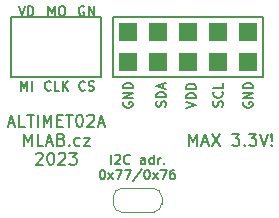
<source format=gbr>
%TF.GenerationSoftware,KiCad,Pcbnew,7.0.5.1-1-g8f565ef7f0-dirty-deb11*%
%TF.CreationDate,2023-07-05T11:36:05+00:00*%
%TF.ProjectId,ALTIMET02,414c5449-4d45-4543-9032-2e6b69636164,rev?*%
%TF.SameCoordinates,Original*%
%TF.FileFunction,Legend,Top*%
%TF.FilePolarity,Positive*%
%FSLAX46Y46*%
G04 Gerber Fmt 4.6, Leading zero omitted, Abs format (unit mm)*
G04 Created by KiCad (PCBNEW 7.0.5.1-1-g8f565ef7f0-dirty-deb11) date 2023-07-05 11:36:05*
%MOMM*%
%LPD*%
G01*
G04 APERTURE LIST*
%ADD10C,0.150000*%
%ADD11C,0.120000*%
%ADD12R,1.524000X1.524000*%
G04 APERTURE END LIST*
D10*
X127552476Y-97136390D02*
X127476286Y-97098295D01*
X127476286Y-97098295D02*
X127362000Y-97098295D01*
X127362000Y-97098295D02*
X127247714Y-97136390D01*
X127247714Y-97136390D02*
X127171524Y-97212580D01*
X127171524Y-97212580D02*
X127133429Y-97288771D01*
X127133429Y-97288771D02*
X127095333Y-97441152D01*
X127095333Y-97441152D02*
X127095333Y-97555438D01*
X127095333Y-97555438D02*
X127133429Y-97707819D01*
X127133429Y-97707819D02*
X127171524Y-97784009D01*
X127171524Y-97784009D02*
X127247714Y-97860200D01*
X127247714Y-97860200D02*
X127362000Y-97898295D01*
X127362000Y-97898295D02*
X127438191Y-97898295D01*
X127438191Y-97898295D02*
X127552476Y-97860200D01*
X127552476Y-97860200D02*
X127590572Y-97822104D01*
X127590572Y-97822104D02*
X127590572Y-97555438D01*
X127590572Y-97555438D02*
X127438191Y-97555438D01*
X127933429Y-97898295D02*
X127933429Y-97098295D01*
X127933429Y-97098295D02*
X128390572Y-97898295D01*
X128390572Y-97898295D02*
X128390572Y-97098295D01*
X124536286Y-97898295D02*
X124536286Y-97098295D01*
X124536286Y-97098295D02*
X124802952Y-97669723D01*
X124802952Y-97669723D02*
X125069619Y-97098295D01*
X125069619Y-97098295D02*
X125069619Y-97898295D01*
X125602953Y-97098295D02*
X125755334Y-97098295D01*
X125755334Y-97098295D02*
X125831524Y-97136390D01*
X125831524Y-97136390D02*
X125907715Y-97212580D01*
X125907715Y-97212580D02*
X125945810Y-97364961D01*
X125945810Y-97364961D02*
X125945810Y-97631628D01*
X125945810Y-97631628D02*
X125907715Y-97784009D01*
X125907715Y-97784009D02*
X125831524Y-97860200D01*
X125831524Y-97860200D02*
X125755334Y-97898295D01*
X125755334Y-97898295D02*
X125602953Y-97898295D01*
X125602953Y-97898295D02*
X125526762Y-97860200D01*
X125526762Y-97860200D02*
X125450572Y-97784009D01*
X125450572Y-97784009D02*
X125412476Y-97631628D01*
X125412476Y-97631628D02*
X125412476Y-97364961D01*
X125412476Y-97364961D02*
X125450572Y-97212580D01*
X125450572Y-97212580D02*
X125526762Y-97136390D01*
X125526762Y-97136390D02*
X125602953Y-97098295D01*
X134436200Y-105619428D02*
X134474295Y-105505142D01*
X134474295Y-105505142D02*
X134474295Y-105314666D01*
X134474295Y-105314666D02*
X134436200Y-105238475D01*
X134436200Y-105238475D02*
X134398104Y-105200380D01*
X134398104Y-105200380D02*
X134321914Y-105162285D01*
X134321914Y-105162285D02*
X134245723Y-105162285D01*
X134245723Y-105162285D02*
X134169533Y-105200380D01*
X134169533Y-105200380D02*
X134131438Y-105238475D01*
X134131438Y-105238475D02*
X134093342Y-105314666D01*
X134093342Y-105314666D02*
X134055247Y-105467047D01*
X134055247Y-105467047D02*
X134017152Y-105543237D01*
X134017152Y-105543237D02*
X133979057Y-105581332D01*
X133979057Y-105581332D02*
X133902866Y-105619428D01*
X133902866Y-105619428D02*
X133826676Y-105619428D01*
X133826676Y-105619428D02*
X133750485Y-105581332D01*
X133750485Y-105581332D02*
X133712390Y-105543237D01*
X133712390Y-105543237D02*
X133674295Y-105467047D01*
X133674295Y-105467047D02*
X133674295Y-105276570D01*
X133674295Y-105276570D02*
X133712390Y-105162285D01*
X134474295Y-104819427D02*
X133674295Y-104819427D01*
X133674295Y-104819427D02*
X133674295Y-104628951D01*
X133674295Y-104628951D02*
X133712390Y-104514665D01*
X133712390Y-104514665D02*
X133788580Y-104438475D01*
X133788580Y-104438475D02*
X133864771Y-104400380D01*
X133864771Y-104400380D02*
X134017152Y-104362284D01*
X134017152Y-104362284D02*
X134131438Y-104362284D01*
X134131438Y-104362284D02*
X134283819Y-104400380D01*
X134283819Y-104400380D02*
X134360009Y-104438475D01*
X134360009Y-104438475D02*
X134436200Y-104514665D01*
X134436200Y-104514665D02*
X134474295Y-104628951D01*
X134474295Y-104628951D02*
X134474295Y-104819427D01*
X134245723Y-104057523D02*
X134245723Y-103676570D01*
X134474295Y-104133713D02*
X133674295Y-103867046D01*
X133674295Y-103867046D02*
X134474295Y-103600380D01*
X127628667Y-104172104D02*
X127590571Y-104210200D01*
X127590571Y-104210200D02*
X127476286Y-104248295D01*
X127476286Y-104248295D02*
X127400095Y-104248295D01*
X127400095Y-104248295D02*
X127285809Y-104210200D01*
X127285809Y-104210200D02*
X127209619Y-104134009D01*
X127209619Y-104134009D02*
X127171524Y-104057819D01*
X127171524Y-104057819D02*
X127133428Y-103905438D01*
X127133428Y-103905438D02*
X127133428Y-103791152D01*
X127133428Y-103791152D02*
X127171524Y-103638771D01*
X127171524Y-103638771D02*
X127209619Y-103562580D01*
X127209619Y-103562580D02*
X127285809Y-103486390D01*
X127285809Y-103486390D02*
X127400095Y-103448295D01*
X127400095Y-103448295D02*
X127476286Y-103448295D01*
X127476286Y-103448295D02*
X127590571Y-103486390D01*
X127590571Y-103486390D02*
X127628667Y-103524485D01*
X127933428Y-104210200D02*
X128047714Y-104248295D01*
X128047714Y-104248295D02*
X128238190Y-104248295D01*
X128238190Y-104248295D02*
X128314381Y-104210200D01*
X128314381Y-104210200D02*
X128352476Y-104172104D01*
X128352476Y-104172104D02*
X128390571Y-104095914D01*
X128390571Y-104095914D02*
X128390571Y-104019723D01*
X128390571Y-104019723D02*
X128352476Y-103943533D01*
X128352476Y-103943533D02*
X128314381Y-103905438D01*
X128314381Y-103905438D02*
X128238190Y-103867342D01*
X128238190Y-103867342D02*
X128085809Y-103829247D01*
X128085809Y-103829247D02*
X128009619Y-103791152D01*
X128009619Y-103791152D02*
X127971524Y-103753057D01*
X127971524Y-103753057D02*
X127933428Y-103676866D01*
X127933428Y-103676866D02*
X127933428Y-103600676D01*
X127933428Y-103600676D02*
X127971524Y-103524485D01*
X127971524Y-103524485D02*
X128009619Y-103486390D01*
X128009619Y-103486390D02*
X128085809Y-103448295D01*
X128085809Y-103448295D02*
X128276286Y-103448295D01*
X128276286Y-103448295D02*
X128390571Y-103486390D01*
X141078390Y-105257523D02*
X141040295Y-105333713D01*
X141040295Y-105333713D02*
X141040295Y-105447999D01*
X141040295Y-105447999D02*
X141078390Y-105562285D01*
X141078390Y-105562285D02*
X141154580Y-105638475D01*
X141154580Y-105638475D02*
X141230771Y-105676570D01*
X141230771Y-105676570D02*
X141383152Y-105714666D01*
X141383152Y-105714666D02*
X141497438Y-105714666D01*
X141497438Y-105714666D02*
X141649819Y-105676570D01*
X141649819Y-105676570D02*
X141726009Y-105638475D01*
X141726009Y-105638475D02*
X141802200Y-105562285D01*
X141802200Y-105562285D02*
X141840295Y-105447999D01*
X141840295Y-105447999D02*
X141840295Y-105371808D01*
X141840295Y-105371808D02*
X141802200Y-105257523D01*
X141802200Y-105257523D02*
X141764104Y-105219427D01*
X141764104Y-105219427D02*
X141497438Y-105219427D01*
X141497438Y-105219427D02*
X141497438Y-105371808D01*
X141840295Y-104876570D02*
X141040295Y-104876570D01*
X141040295Y-104876570D02*
X141840295Y-104419427D01*
X141840295Y-104419427D02*
X141040295Y-104419427D01*
X141840295Y-104038475D02*
X141040295Y-104038475D01*
X141040295Y-104038475D02*
X141040295Y-103847999D01*
X141040295Y-103847999D02*
X141078390Y-103733713D01*
X141078390Y-103733713D02*
X141154580Y-103657523D01*
X141154580Y-103657523D02*
X141230771Y-103619428D01*
X141230771Y-103619428D02*
X141383152Y-103581332D01*
X141383152Y-103581332D02*
X141497438Y-103581332D01*
X141497438Y-103581332D02*
X141649819Y-103619428D01*
X141649819Y-103619428D02*
X141726009Y-103657523D01*
X141726009Y-103657523D02*
X141802200Y-103733713D01*
X141802200Y-103733713D02*
X141840295Y-103847999D01*
X141840295Y-103847999D02*
X141840295Y-104038475D01*
X139262200Y-105600381D02*
X139300295Y-105486095D01*
X139300295Y-105486095D02*
X139300295Y-105295619D01*
X139300295Y-105295619D02*
X139262200Y-105219428D01*
X139262200Y-105219428D02*
X139224104Y-105181333D01*
X139224104Y-105181333D02*
X139147914Y-105143238D01*
X139147914Y-105143238D02*
X139071723Y-105143238D01*
X139071723Y-105143238D02*
X138995533Y-105181333D01*
X138995533Y-105181333D02*
X138957438Y-105219428D01*
X138957438Y-105219428D02*
X138919342Y-105295619D01*
X138919342Y-105295619D02*
X138881247Y-105448000D01*
X138881247Y-105448000D02*
X138843152Y-105524190D01*
X138843152Y-105524190D02*
X138805057Y-105562285D01*
X138805057Y-105562285D02*
X138728866Y-105600381D01*
X138728866Y-105600381D02*
X138652676Y-105600381D01*
X138652676Y-105600381D02*
X138576485Y-105562285D01*
X138576485Y-105562285D02*
X138538390Y-105524190D01*
X138538390Y-105524190D02*
X138500295Y-105448000D01*
X138500295Y-105448000D02*
X138500295Y-105257523D01*
X138500295Y-105257523D02*
X138538390Y-105143238D01*
X139224104Y-104343237D02*
X139262200Y-104381333D01*
X139262200Y-104381333D02*
X139300295Y-104495618D01*
X139300295Y-104495618D02*
X139300295Y-104571809D01*
X139300295Y-104571809D02*
X139262200Y-104686095D01*
X139262200Y-104686095D02*
X139186009Y-104762285D01*
X139186009Y-104762285D02*
X139109819Y-104800380D01*
X139109819Y-104800380D02*
X138957438Y-104838476D01*
X138957438Y-104838476D02*
X138843152Y-104838476D01*
X138843152Y-104838476D02*
X138690771Y-104800380D01*
X138690771Y-104800380D02*
X138614580Y-104762285D01*
X138614580Y-104762285D02*
X138538390Y-104686095D01*
X138538390Y-104686095D02*
X138500295Y-104571809D01*
X138500295Y-104571809D02*
X138500295Y-104495618D01*
X138500295Y-104495618D02*
X138538390Y-104381333D01*
X138538390Y-104381333D02*
X138576485Y-104343237D01*
X139300295Y-103619428D02*
X139300295Y-104000380D01*
X139300295Y-104000380D02*
X138500295Y-104000380D01*
X136214295Y-105714666D02*
X137014295Y-105447999D01*
X137014295Y-105447999D02*
X136214295Y-105181333D01*
X137014295Y-104914666D02*
X136214295Y-104914666D01*
X136214295Y-104914666D02*
X136214295Y-104724190D01*
X136214295Y-104724190D02*
X136252390Y-104609904D01*
X136252390Y-104609904D02*
X136328580Y-104533714D01*
X136328580Y-104533714D02*
X136404771Y-104495619D01*
X136404771Y-104495619D02*
X136557152Y-104457523D01*
X136557152Y-104457523D02*
X136671438Y-104457523D01*
X136671438Y-104457523D02*
X136823819Y-104495619D01*
X136823819Y-104495619D02*
X136900009Y-104533714D01*
X136900009Y-104533714D02*
X136976200Y-104609904D01*
X136976200Y-104609904D02*
X137014295Y-104724190D01*
X137014295Y-104724190D02*
X137014295Y-104914666D01*
X137014295Y-104114666D02*
X136214295Y-104114666D01*
X136214295Y-104114666D02*
X136214295Y-103924190D01*
X136214295Y-103924190D02*
X136252390Y-103809904D01*
X136252390Y-103809904D02*
X136328580Y-103733714D01*
X136328580Y-103733714D02*
X136404771Y-103695619D01*
X136404771Y-103695619D02*
X136557152Y-103657523D01*
X136557152Y-103657523D02*
X136671438Y-103657523D01*
X136671438Y-103657523D02*
X136823819Y-103695619D01*
X136823819Y-103695619D02*
X136900009Y-103733714D01*
X136900009Y-103733714D02*
X136976200Y-103809904D01*
X136976200Y-103809904D02*
X137014295Y-103924190D01*
X137014295Y-103924190D02*
X137014295Y-104114666D01*
X136477810Y-108912819D02*
X136477810Y-107912819D01*
X136477810Y-107912819D02*
X136811143Y-108627104D01*
X136811143Y-108627104D02*
X137144476Y-107912819D01*
X137144476Y-107912819D02*
X137144476Y-108912819D01*
X137573048Y-108627104D02*
X138049238Y-108627104D01*
X137477810Y-108912819D02*
X137811143Y-107912819D01*
X137811143Y-107912819D02*
X138144476Y-108912819D01*
X138382572Y-107912819D02*
X139049238Y-108912819D01*
X139049238Y-107912819D02*
X138382572Y-108912819D01*
X140096858Y-107912819D02*
X140715905Y-107912819D01*
X140715905Y-107912819D02*
X140382572Y-108293771D01*
X140382572Y-108293771D02*
X140525429Y-108293771D01*
X140525429Y-108293771D02*
X140620667Y-108341390D01*
X140620667Y-108341390D02*
X140668286Y-108389009D01*
X140668286Y-108389009D02*
X140715905Y-108484247D01*
X140715905Y-108484247D02*
X140715905Y-108722342D01*
X140715905Y-108722342D02*
X140668286Y-108817580D01*
X140668286Y-108817580D02*
X140620667Y-108865200D01*
X140620667Y-108865200D02*
X140525429Y-108912819D01*
X140525429Y-108912819D02*
X140239715Y-108912819D01*
X140239715Y-108912819D02*
X140144477Y-108865200D01*
X140144477Y-108865200D02*
X140096858Y-108817580D01*
X141144477Y-108817580D02*
X141192096Y-108865200D01*
X141192096Y-108865200D02*
X141144477Y-108912819D01*
X141144477Y-108912819D02*
X141096858Y-108865200D01*
X141096858Y-108865200D02*
X141144477Y-108817580D01*
X141144477Y-108817580D02*
X141144477Y-108912819D01*
X141525429Y-107912819D02*
X142144476Y-107912819D01*
X142144476Y-107912819D02*
X141811143Y-108293771D01*
X141811143Y-108293771D02*
X141954000Y-108293771D01*
X141954000Y-108293771D02*
X142049238Y-108341390D01*
X142049238Y-108341390D02*
X142096857Y-108389009D01*
X142096857Y-108389009D02*
X142144476Y-108484247D01*
X142144476Y-108484247D02*
X142144476Y-108722342D01*
X142144476Y-108722342D02*
X142096857Y-108817580D01*
X142096857Y-108817580D02*
X142049238Y-108865200D01*
X142049238Y-108865200D02*
X141954000Y-108912819D01*
X141954000Y-108912819D02*
X141668286Y-108912819D01*
X141668286Y-108912819D02*
X141573048Y-108865200D01*
X141573048Y-108865200D02*
X141525429Y-108817580D01*
X142430191Y-107912819D02*
X142763524Y-108912819D01*
X142763524Y-108912819D02*
X143096857Y-107912819D01*
X143430191Y-108817580D02*
X143477810Y-108865200D01*
X143477810Y-108865200D02*
X143430191Y-108912819D01*
X143430191Y-108912819D02*
X143382572Y-108865200D01*
X143382572Y-108865200D02*
X143430191Y-108817580D01*
X143430191Y-108817580D02*
X143430191Y-108912819D01*
X143430191Y-108531866D02*
X143382572Y-107960438D01*
X143382572Y-107960438D02*
X143430191Y-107912819D01*
X143430191Y-107912819D02*
X143477810Y-107960438D01*
X143477810Y-107960438D02*
X143430191Y-108531866D01*
X143430191Y-108531866D02*
X143430191Y-107912819D01*
X129832381Y-110462295D02*
X129832381Y-109662295D01*
X130175237Y-109738485D02*
X130213333Y-109700390D01*
X130213333Y-109700390D02*
X130289523Y-109662295D01*
X130289523Y-109662295D02*
X130479999Y-109662295D01*
X130479999Y-109662295D02*
X130556190Y-109700390D01*
X130556190Y-109700390D02*
X130594285Y-109738485D01*
X130594285Y-109738485D02*
X130632380Y-109814676D01*
X130632380Y-109814676D02*
X130632380Y-109890866D01*
X130632380Y-109890866D02*
X130594285Y-110005152D01*
X130594285Y-110005152D02*
X130137142Y-110462295D01*
X130137142Y-110462295D02*
X130632380Y-110462295D01*
X131432381Y-110386104D02*
X131394285Y-110424200D01*
X131394285Y-110424200D02*
X131280000Y-110462295D01*
X131280000Y-110462295D02*
X131203809Y-110462295D01*
X131203809Y-110462295D02*
X131089523Y-110424200D01*
X131089523Y-110424200D02*
X131013333Y-110348009D01*
X131013333Y-110348009D02*
X130975238Y-110271819D01*
X130975238Y-110271819D02*
X130937142Y-110119438D01*
X130937142Y-110119438D02*
X130937142Y-110005152D01*
X130937142Y-110005152D02*
X130975238Y-109852771D01*
X130975238Y-109852771D02*
X131013333Y-109776580D01*
X131013333Y-109776580D02*
X131089523Y-109700390D01*
X131089523Y-109700390D02*
X131203809Y-109662295D01*
X131203809Y-109662295D02*
X131280000Y-109662295D01*
X131280000Y-109662295D02*
X131394285Y-109700390D01*
X131394285Y-109700390D02*
X131432381Y-109738485D01*
X132727619Y-110462295D02*
X132727619Y-110043247D01*
X132727619Y-110043247D02*
X132689524Y-109967057D01*
X132689524Y-109967057D02*
X132613333Y-109928961D01*
X132613333Y-109928961D02*
X132460952Y-109928961D01*
X132460952Y-109928961D02*
X132384762Y-109967057D01*
X132727619Y-110424200D02*
X132651428Y-110462295D01*
X132651428Y-110462295D02*
X132460952Y-110462295D01*
X132460952Y-110462295D02*
X132384762Y-110424200D01*
X132384762Y-110424200D02*
X132346666Y-110348009D01*
X132346666Y-110348009D02*
X132346666Y-110271819D01*
X132346666Y-110271819D02*
X132384762Y-110195628D01*
X132384762Y-110195628D02*
X132460952Y-110157533D01*
X132460952Y-110157533D02*
X132651428Y-110157533D01*
X132651428Y-110157533D02*
X132727619Y-110119438D01*
X133451429Y-110462295D02*
X133451429Y-109662295D01*
X133451429Y-110424200D02*
X133375238Y-110462295D01*
X133375238Y-110462295D02*
X133222857Y-110462295D01*
X133222857Y-110462295D02*
X133146667Y-110424200D01*
X133146667Y-110424200D02*
X133108572Y-110386104D01*
X133108572Y-110386104D02*
X133070476Y-110309914D01*
X133070476Y-110309914D02*
X133070476Y-110081342D01*
X133070476Y-110081342D02*
X133108572Y-110005152D01*
X133108572Y-110005152D02*
X133146667Y-109967057D01*
X133146667Y-109967057D02*
X133222857Y-109928961D01*
X133222857Y-109928961D02*
X133375238Y-109928961D01*
X133375238Y-109928961D02*
X133451429Y-109967057D01*
X133832382Y-110462295D02*
X133832382Y-109928961D01*
X133832382Y-110081342D02*
X133870477Y-110005152D01*
X133870477Y-110005152D02*
X133908572Y-109967057D01*
X133908572Y-109967057D02*
X133984763Y-109928961D01*
X133984763Y-109928961D02*
X134060953Y-109928961D01*
X134327620Y-110386104D02*
X134365715Y-110424200D01*
X134365715Y-110424200D02*
X134327620Y-110462295D01*
X134327620Y-110462295D02*
X134289524Y-110424200D01*
X134289524Y-110424200D02*
X134327620Y-110386104D01*
X134327620Y-110386104D02*
X134327620Y-110462295D01*
X129070476Y-110950295D02*
X129146666Y-110950295D01*
X129146666Y-110950295D02*
X129222857Y-110988390D01*
X129222857Y-110988390D02*
X129260952Y-111026485D01*
X129260952Y-111026485D02*
X129299047Y-111102676D01*
X129299047Y-111102676D02*
X129337142Y-111255057D01*
X129337142Y-111255057D02*
X129337142Y-111445533D01*
X129337142Y-111445533D02*
X129299047Y-111597914D01*
X129299047Y-111597914D02*
X129260952Y-111674104D01*
X129260952Y-111674104D02*
X129222857Y-111712200D01*
X129222857Y-111712200D02*
X129146666Y-111750295D01*
X129146666Y-111750295D02*
X129070476Y-111750295D01*
X129070476Y-111750295D02*
X128994285Y-111712200D01*
X128994285Y-111712200D02*
X128956190Y-111674104D01*
X128956190Y-111674104D02*
X128918095Y-111597914D01*
X128918095Y-111597914D02*
X128879999Y-111445533D01*
X128879999Y-111445533D02*
X128879999Y-111255057D01*
X128879999Y-111255057D02*
X128918095Y-111102676D01*
X128918095Y-111102676D02*
X128956190Y-111026485D01*
X128956190Y-111026485D02*
X128994285Y-110988390D01*
X128994285Y-110988390D02*
X129070476Y-110950295D01*
X129603809Y-111750295D02*
X130022857Y-111216961D01*
X129603809Y-111216961D02*
X130022857Y-111750295D01*
X130251428Y-110950295D02*
X130784762Y-110950295D01*
X130784762Y-110950295D02*
X130441904Y-111750295D01*
X131013333Y-110950295D02*
X131546667Y-110950295D01*
X131546667Y-110950295D02*
X131203809Y-111750295D01*
X132422857Y-110912200D02*
X131737143Y-111940771D01*
X132841905Y-110950295D02*
X132918095Y-110950295D01*
X132918095Y-110950295D02*
X132994286Y-110988390D01*
X132994286Y-110988390D02*
X133032381Y-111026485D01*
X133032381Y-111026485D02*
X133070476Y-111102676D01*
X133070476Y-111102676D02*
X133108571Y-111255057D01*
X133108571Y-111255057D02*
X133108571Y-111445533D01*
X133108571Y-111445533D02*
X133070476Y-111597914D01*
X133070476Y-111597914D02*
X133032381Y-111674104D01*
X133032381Y-111674104D02*
X132994286Y-111712200D01*
X132994286Y-111712200D02*
X132918095Y-111750295D01*
X132918095Y-111750295D02*
X132841905Y-111750295D01*
X132841905Y-111750295D02*
X132765714Y-111712200D01*
X132765714Y-111712200D02*
X132727619Y-111674104D01*
X132727619Y-111674104D02*
X132689524Y-111597914D01*
X132689524Y-111597914D02*
X132651428Y-111445533D01*
X132651428Y-111445533D02*
X132651428Y-111255057D01*
X132651428Y-111255057D02*
X132689524Y-111102676D01*
X132689524Y-111102676D02*
X132727619Y-111026485D01*
X132727619Y-111026485D02*
X132765714Y-110988390D01*
X132765714Y-110988390D02*
X132841905Y-110950295D01*
X133375238Y-111750295D02*
X133794286Y-111216961D01*
X133375238Y-111216961D02*
X133794286Y-111750295D01*
X134022857Y-110950295D02*
X134556191Y-110950295D01*
X134556191Y-110950295D02*
X134213333Y-111750295D01*
X135203810Y-110950295D02*
X135051429Y-110950295D01*
X135051429Y-110950295D02*
X134975238Y-110988390D01*
X134975238Y-110988390D02*
X134937143Y-111026485D01*
X134937143Y-111026485D02*
X134860953Y-111140771D01*
X134860953Y-111140771D02*
X134822857Y-111293152D01*
X134822857Y-111293152D02*
X134822857Y-111597914D01*
X134822857Y-111597914D02*
X134860953Y-111674104D01*
X134860953Y-111674104D02*
X134899048Y-111712200D01*
X134899048Y-111712200D02*
X134975238Y-111750295D01*
X134975238Y-111750295D02*
X135127619Y-111750295D01*
X135127619Y-111750295D02*
X135203810Y-111712200D01*
X135203810Y-111712200D02*
X135241905Y-111674104D01*
X135241905Y-111674104D02*
X135280000Y-111597914D01*
X135280000Y-111597914D02*
X135280000Y-111407438D01*
X135280000Y-111407438D02*
X135241905Y-111331247D01*
X135241905Y-111331247D02*
X135203810Y-111293152D01*
X135203810Y-111293152D02*
X135127619Y-111255057D01*
X135127619Y-111255057D02*
X134975238Y-111255057D01*
X134975238Y-111255057D02*
X134899048Y-111293152D01*
X134899048Y-111293152D02*
X134860953Y-111331247D01*
X134860953Y-111331247D02*
X134822857Y-111407438D01*
X124745810Y-104172104D02*
X124707714Y-104210200D01*
X124707714Y-104210200D02*
X124593429Y-104248295D01*
X124593429Y-104248295D02*
X124517238Y-104248295D01*
X124517238Y-104248295D02*
X124402952Y-104210200D01*
X124402952Y-104210200D02*
X124326762Y-104134009D01*
X124326762Y-104134009D02*
X124288667Y-104057819D01*
X124288667Y-104057819D02*
X124250571Y-103905438D01*
X124250571Y-103905438D02*
X124250571Y-103791152D01*
X124250571Y-103791152D02*
X124288667Y-103638771D01*
X124288667Y-103638771D02*
X124326762Y-103562580D01*
X124326762Y-103562580D02*
X124402952Y-103486390D01*
X124402952Y-103486390D02*
X124517238Y-103448295D01*
X124517238Y-103448295D02*
X124593429Y-103448295D01*
X124593429Y-103448295D02*
X124707714Y-103486390D01*
X124707714Y-103486390D02*
X124745810Y-103524485D01*
X125469619Y-104248295D02*
X125088667Y-104248295D01*
X125088667Y-104248295D02*
X125088667Y-103448295D01*
X125736286Y-104248295D02*
X125736286Y-103448295D01*
X126193429Y-104248295D02*
X125850571Y-103791152D01*
X126193429Y-103448295D02*
X125736286Y-103905438D01*
X130918390Y-105257523D02*
X130880295Y-105333713D01*
X130880295Y-105333713D02*
X130880295Y-105447999D01*
X130880295Y-105447999D02*
X130918390Y-105562285D01*
X130918390Y-105562285D02*
X130994580Y-105638475D01*
X130994580Y-105638475D02*
X131070771Y-105676570D01*
X131070771Y-105676570D02*
X131223152Y-105714666D01*
X131223152Y-105714666D02*
X131337438Y-105714666D01*
X131337438Y-105714666D02*
X131489819Y-105676570D01*
X131489819Y-105676570D02*
X131566009Y-105638475D01*
X131566009Y-105638475D02*
X131642200Y-105562285D01*
X131642200Y-105562285D02*
X131680295Y-105447999D01*
X131680295Y-105447999D02*
X131680295Y-105371808D01*
X131680295Y-105371808D02*
X131642200Y-105257523D01*
X131642200Y-105257523D02*
X131604104Y-105219427D01*
X131604104Y-105219427D02*
X131337438Y-105219427D01*
X131337438Y-105219427D02*
X131337438Y-105371808D01*
X131680295Y-104876570D02*
X130880295Y-104876570D01*
X130880295Y-104876570D02*
X131680295Y-104419427D01*
X131680295Y-104419427D02*
X130880295Y-104419427D01*
X131680295Y-104038475D02*
X130880295Y-104038475D01*
X130880295Y-104038475D02*
X130880295Y-103847999D01*
X130880295Y-103847999D02*
X130918390Y-103733713D01*
X130918390Y-103733713D02*
X130994580Y-103657523D01*
X130994580Y-103657523D02*
X131070771Y-103619428D01*
X131070771Y-103619428D02*
X131223152Y-103581332D01*
X131223152Y-103581332D02*
X131337438Y-103581332D01*
X131337438Y-103581332D02*
X131489819Y-103619428D01*
X131489819Y-103619428D02*
X131566009Y-103657523D01*
X131566009Y-103657523D02*
X131642200Y-103733713D01*
X131642200Y-103733713D02*
X131680295Y-103847999D01*
X131680295Y-103847999D02*
X131680295Y-104038475D01*
X121174381Y-107017104D02*
X121650571Y-107017104D01*
X121079143Y-107302819D02*
X121412476Y-106302819D01*
X121412476Y-106302819D02*
X121745809Y-107302819D01*
X122555333Y-107302819D02*
X122079143Y-107302819D01*
X122079143Y-107302819D02*
X122079143Y-106302819D01*
X122745810Y-106302819D02*
X123317238Y-106302819D01*
X123031524Y-107302819D02*
X123031524Y-106302819D01*
X123650572Y-107302819D02*
X123650572Y-106302819D01*
X124126762Y-107302819D02*
X124126762Y-106302819D01*
X124126762Y-106302819D02*
X124460095Y-107017104D01*
X124460095Y-107017104D02*
X124793428Y-106302819D01*
X124793428Y-106302819D02*
X124793428Y-107302819D01*
X125269619Y-106779009D02*
X125602952Y-106779009D01*
X125745809Y-107302819D02*
X125269619Y-107302819D01*
X125269619Y-107302819D02*
X125269619Y-106302819D01*
X125269619Y-106302819D02*
X125745809Y-106302819D01*
X126031524Y-106302819D02*
X126602952Y-106302819D01*
X126317238Y-107302819D02*
X126317238Y-106302819D01*
X127126762Y-106302819D02*
X127222000Y-106302819D01*
X127222000Y-106302819D02*
X127317238Y-106350438D01*
X127317238Y-106350438D02*
X127364857Y-106398057D01*
X127364857Y-106398057D02*
X127412476Y-106493295D01*
X127412476Y-106493295D02*
X127460095Y-106683771D01*
X127460095Y-106683771D02*
X127460095Y-106921866D01*
X127460095Y-106921866D02*
X127412476Y-107112342D01*
X127412476Y-107112342D02*
X127364857Y-107207580D01*
X127364857Y-107207580D02*
X127317238Y-107255200D01*
X127317238Y-107255200D02*
X127222000Y-107302819D01*
X127222000Y-107302819D02*
X127126762Y-107302819D01*
X127126762Y-107302819D02*
X127031524Y-107255200D01*
X127031524Y-107255200D02*
X126983905Y-107207580D01*
X126983905Y-107207580D02*
X126936286Y-107112342D01*
X126936286Y-107112342D02*
X126888667Y-106921866D01*
X126888667Y-106921866D02*
X126888667Y-106683771D01*
X126888667Y-106683771D02*
X126936286Y-106493295D01*
X126936286Y-106493295D02*
X126983905Y-106398057D01*
X126983905Y-106398057D02*
X127031524Y-106350438D01*
X127031524Y-106350438D02*
X127126762Y-106302819D01*
X127841048Y-106398057D02*
X127888667Y-106350438D01*
X127888667Y-106350438D02*
X127983905Y-106302819D01*
X127983905Y-106302819D02*
X128222000Y-106302819D01*
X128222000Y-106302819D02*
X128317238Y-106350438D01*
X128317238Y-106350438D02*
X128364857Y-106398057D01*
X128364857Y-106398057D02*
X128412476Y-106493295D01*
X128412476Y-106493295D02*
X128412476Y-106588533D01*
X128412476Y-106588533D02*
X128364857Y-106731390D01*
X128364857Y-106731390D02*
X127793429Y-107302819D01*
X127793429Y-107302819D02*
X128412476Y-107302819D01*
X128793429Y-107017104D02*
X129269619Y-107017104D01*
X128698191Y-107302819D02*
X129031524Y-106302819D01*
X129031524Y-106302819D02*
X129364857Y-107302819D01*
X122483905Y-108912819D02*
X122483905Y-107912819D01*
X122483905Y-107912819D02*
X122817238Y-108627104D01*
X122817238Y-108627104D02*
X123150571Y-107912819D01*
X123150571Y-107912819D02*
X123150571Y-108912819D01*
X124102952Y-108912819D02*
X123626762Y-108912819D01*
X123626762Y-108912819D02*
X123626762Y-107912819D01*
X124388667Y-108627104D02*
X124864857Y-108627104D01*
X124293429Y-108912819D02*
X124626762Y-107912819D01*
X124626762Y-107912819D02*
X124960095Y-108912819D01*
X125626762Y-108389009D02*
X125769619Y-108436628D01*
X125769619Y-108436628D02*
X125817238Y-108484247D01*
X125817238Y-108484247D02*
X125864857Y-108579485D01*
X125864857Y-108579485D02*
X125864857Y-108722342D01*
X125864857Y-108722342D02*
X125817238Y-108817580D01*
X125817238Y-108817580D02*
X125769619Y-108865200D01*
X125769619Y-108865200D02*
X125674381Y-108912819D01*
X125674381Y-108912819D02*
X125293429Y-108912819D01*
X125293429Y-108912819D02*
X125293429Y-107912819D01*
X125293429Y-107912819D02*
X125626762Y-107912819D01*
X125626762Y-107912819D02*
X125722000Y-107960438D01*
X125722000Y-107960438D02*
X125769619Y-108008057D01*
X125769619Y-108008057D02*
X125817238Y-108103295D01*
X125817238Y-108103295D02*
X125817238Y-108198533D01*
X125817238Y-108198533D02*
X125769619Y-108293771D01*
X125769619Y-108293771D02*
X125722000Y-108341390D01*
X125722000Y-108341390D02*
X125626762Y-108389009D01*
X125626762Y-108389009D02*
X125293429Y-108389009D01*
X126293429Y-108817580D02*
X126341048Y-108865200D01*
X126341048Y-108865200D02*
X126293429Y-108912819D01*
X126293429Y-108912819D02*
X126245810Y-108865200D01*
X126245810Y-108865200D02*
X126293429Y-108817580D01*
X126293429Y-108817580D02*
X126293429Y-108912819D01*
X127198190Y-108865200D02*
X127102952Y-108912819D01*
X127102952Y-108912819D02*
X126912476Y-108912819D01*
X126912476Y-108912819D02*
X126817238Y-108865200D01*
X126817238Y-108865200D02*
X126769619Y-108817580D01*
X126769619Y-108817580D02*
X126722000Y-108722342D01*
X126722000Y-108722342D02*
X126722000Y-108436628D01*
X126722000Y-108436628D02*
X126769619Y-108341390D01*
X126769619Y-108341390D02*
X126817238Y-108293771D01*
X126817238Y-108293771D02*
X126912476Y-108246152D01*
X126912476Y-108246152D02*
X127102952Y-108246152D01*
X127102952Y-108246152D02*
X127198190Y-108293771D01*
X127531524Y-108246152D02*
X128055333Y-108246152D01*
X128055333Y-108246152D02*
X127531524Y-108912819D01*
X127531524Y-108912819D02*
X128055333Y-108912819D01*
X123507714Y-109618057D02*
X123555333Y-109570438D01*
X123555333Y-109570438D02*
X123650571Y-109522819D01*
X123650571Y-109522819D02*
X123888666Y-109522819D01*
X123888666Y-109522819D02*
X123983904Y-109570438D01*
X123983904Y-109570438D02*
X124031523Y-109618057D01*
X124031523Y-109618057D02*
X124079142Y-109713295D01*
X124079142Y-109713295D02*
X124079142Y-109808533D01*
X124079142Y-109808533D02*
X124031523Y-109951390D01*
X124031523Y-109951390D02*
X123460095Y-110522819D01*
X123460095Y-110522819D02*
X124079142Y-110522819D01*
X124698190Y-109522819D02*
X124793428Y-109522819D01*
X124793428Y-109522819D02*
X124888666Y-109570438D01*
X124888666Y-109570438D02*
X124936285Y-109618057D01*
X124936285Y-109618057D02*
X124983904Y-109713295D01*
X124983904Y-109713295D02*
X125031523Y-109903771D01*
X125031523Y-109903771D02*
X125031523Y-110141866D01*
X125031523Y-110141866D02*
X124983904Y-110332342D01*
X124983904Y-110332342D02*
X124936285Y-110427580D01*
X124936285Y-110427580D02*
X124888666Y-110475200D01*
X124888666Y-110475200D02*
X124793428Y-110522819D01*
X124793428Y-110522819D02*
X124698190Y-110522819D01*
X124698190Y-110522819D02*
X124602952Y-110475200D01*
X124602952Y-110475200D02*
X124555333Y-110427580D01*
X124555333Y-110427580D02*
X124507714Y-110332342D01*
X124507714Y-110332342D02*
X124460095Y-110141866D01*
X124460095Y-110141866D02*
X124460095Y-109903771D01*
X124460095Y-109903771D02*
X124507714Y-109713295D01*
X124507714Y-109713295D02*
X124555333Y-109618057D01*
X124555333Y-109618057D02*
X124602952Y-109570438D01*
X124602952Y-109570438D02*
X124698190Y-109522819D01*
X125412476Y-109618057D02*
X125460095Y-109570438D01*
X125460095Y-109570438D02*
X125555333Y-109522819D01*
X125555333Y-109522819D02*
X125793428Y-109522819D01*
X125793428Y-109522819D02*
X125888666Y-109570438D01*
X125888666Y-109570438D02*
X125936285Y-109618057D01*
X125936285Y-109618057D02*
X125983904Y-109713295D01*
X125983904Y-109713295D02*
X125983904Y-109808533D01*
X125983904Y-109808533D02*
X125936285Y-109951390D01*
X125936285Y-109951390D02*
X125364857Y-110522819D01*
X125364857Y-110522819D02*
X125983904Y-110522819D01*
X126317238Y-109522819D02*
X126936285Y-109522819D01*
X126936285Y-109522819D02*
X126602952Y-109903771D01*
X126602952Y-109903771D02*
X126745809Y-109903771D01*
X126745809Y-109903771D02*
X126841047Y-109951390D01*
X126841047Y-109951390D02*
X126888666Y-109999009D01*
X126888666Y-109999009D02*
X126936285Y-110094247D01*
X126936285Y-110094247D02*
X126936285Y-110332342D01*
X126936285Y-110332342D02*
X126888666Y-110427580D01*
X126888666Y-110427580D02*
X126841047Y-110475200D01*
X126841047Y-110475200D02*
X126745809Y-110522819D01*
X126745809Y-110522819D02*
X126460095Y-110522819D01*
X126460095Y-110522819D02*
X126364857Y-110475200D01*
X126364857Y-110475200D02*
X126317238Y-110427580D01*
X122015333Y-97098295D02*
X122282000Y-97898295D01*
X122282000Y-97898295D02*
X122548666Y-97098295D01*
X122815333Y-97898295D02*
X122815333Y-97098295D01*
X122815333Y-97098295D02*
X123005809Y-97098295D01*
X123005809Y-97098295D02*
X123120095Y-97136390D01*
X123120095Y-97136390D02*
X123196285Y-97212580D01*
X123196285Y-97212580D02*
X123234380Y-97288771D01*
X123234380Y-97288771D02*
X123272476Y-97441152D01*
X123272476Y-97441152D02*
X123272476Y-97555438D01*
X123272476Y-97555438D02*
X123234380Y-97707819D01*
X123234380Y-97707819D02*
X123196285Y-97784009D01*
X123196285Y-97784009D02*
X123120095Y-97860200D01*
X123120095Y-97860200D02*
X123005809Y-97898295D01*
X123005809Y-97898295D02*
X122815333Y-97898295D01*
X122224857Y-104248295D02*
X122224857Y-103448295D01*
X122224857Y-103448295D02*
X122491523Y-104019723D01*
X122491523Y-104019723D02*
X122758190Y-103448295D01*
X122758190Y-103448295D02*
X122758190Y-104248295D01*
X123139143Y-104248295D02*
X123139143Y-103448295D01*
%TO.C,J3*%
X130048000Y-98044000D02*
X142748000Y-98044000D01*
X130048000Y-103124000D02*
X130048000Y-98044000D01*
X142748000Y-98044000D02*
X142748000Y-103124000D01*
X142748000Y-103124000D02*
X130048000Y-103124000D01*
%TO.C,J2*%
X129032000Y-103124000D02*
X121412000Y-103124000D01*
X129032000Y-98044000D02*
X129032000Y-103124000D01*
X121412000Y-103124000D02*
X121412000Y-98044000D01*
X121412000Y-98044000D02*
X129032000Y-98044000D01*
D11*
%TO.C,JP3*%
X130030000Y-113838000D02*
X130030000Y-113238000D01*
X133480000Y-114538000D02*
X130680000Y-114538000D01*
X130680000Y-112538000D02*
X133480000Y-112538000D01*
X134130000Y-113238000D02*
X134130000Y-113838000D01*
X130030000Y-113838000D02*
G75*
G03*
X130730000Y-114538000I699999J-1D01*
G01*
X133430000Y-114538000D02*
G75*
G03*
X134130000Y-113838000I0J700000D01*
G01*
X134130000Y-113238000D02*
G75*
G03*
X133430000Y-112538000I-700000J0D01*
G01*
X130730000Y-112538000D02*
G75*
G03*
X130030000Y-113238000I-1J-699999D01*
G01*
%TD*%
D12*
%TO.C,J3*%
X141478000Y-99314000D03*
X141478000Y-101854000D03*
X138938000Y-99314000D03*
X138938000Y-101854000D03*
X136398000Y-99314000D03*
X136398000Y-101854000D03*
X133858000Y-99314000D03*
X133858000Y-101854000D03*
X131318000Y-99314000D03*
X131318000Y-101854000D03*
%TD*%
M02*

</source>
